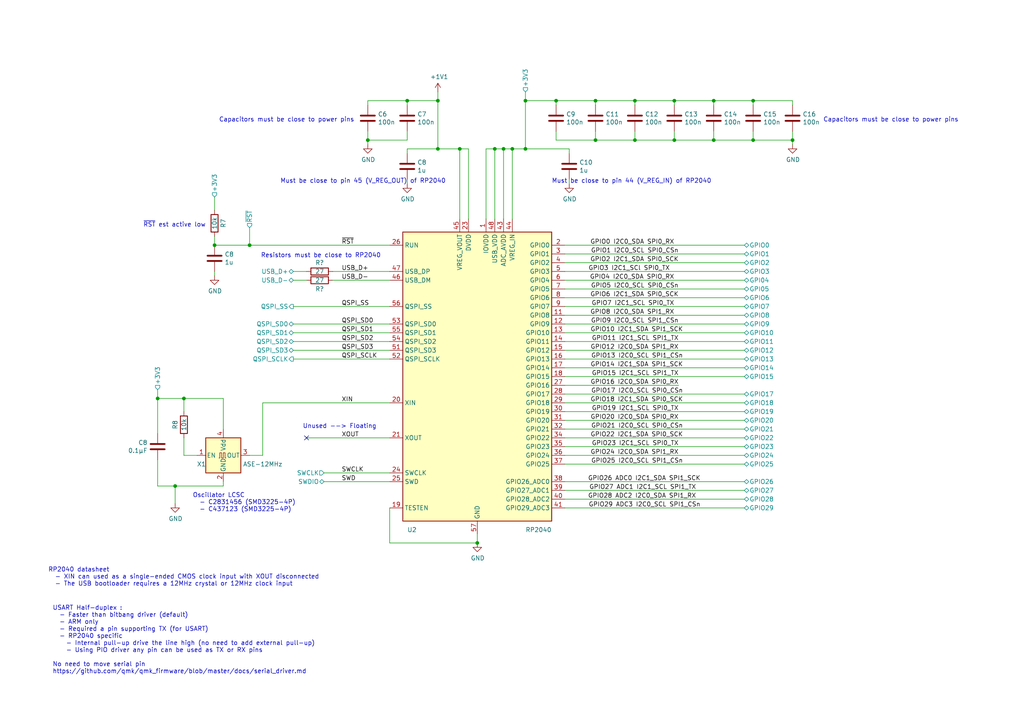
<source format=kicad_sch>
(kicad_sch (version 20230121) (generator eeschema)
  (paper "A4")
  (title_block (title "RP2040") (date "2023-06-10"))
  (lib_symbols
    (symbol "Device:C" (pin_numbers hide) (pin_names (offset 0.254))
      (property "Reference" "C" (at 0.635 2.54 0))
      (property "Value" "C" (at 0.635 -2.54 0))
      (symbol "C_0_1"
        (polyline (pts (xy -2.032 -0.762) (xy 2.032 -0.762)) (stroke (width 0.508)))
        (polyline (pts (xy -2.032 0.762) (xy 2.032 0.762)) (stroke (width 0.508)))
      )
      (symbol "C_1_1"
        (pin passive line (at 0 3.81 270) (length 2.794) (name "~") (number "1"))
        (pin passive line (at 0 -3.81 90) (length 2.794) (name "~") (number "2"))
      )
    )
    (symbol "Device:R" (pin_numbers hide) (pin_names (offset 0))
      (property "Reference" "R" (at 2.032 0 90))
      (property "Value" "R" (at 0 0 90))
      (symbol "R_0_1"
        (rectangle (start -1.016 -2.54) (end 1.016 2.54) (stroke (width 0.254)))
      )
      (symbol "R_1_1"
        (pin passive line (at 0 3.81 270) (length 1.27) (name "~") (number "1"))
        (pin passive line (at 0 -3.81 90) (length 1.27) (name "~") (number "2"))
      )
    )
    (symbol "MCU_RaspberryPi:RP2040"
      (property "Reference" "U" (at 17.78 45.72 0))
      (property "Value" "RP2040" (at 17.78 43.18 0))
      (symbol "RP2040_0_1"
        (rectangle (start -21.59 41.91) (end 21.59 -41.91) (stroke (width 0.254)) (fill (type background)))
      )
      (symbol "RP2040_1_1"
        (pin power_in line (at 2.54 45.72 270) (length 3.81) (name "IOVDD") (number "1"))
        (pin passive line (at 2.54 45.72 270) (length 3.81) hide (name "IOVDD") (number "10"))
        (pin bidirectional line (at 25.4 17.78 180) (length 3.81) (name "GPIO8") (number "11"))
        (pin bidirectional line (at 25.4 15.24 180) (length 3.81) (name "GPIO9") (number "12"))
        (pin bidirectional line (at 25.4 12.7 180) (length 3.81) (name "GPIO10") (number "13"))
        (pin bidirectional line (at 25.4 10.16 180) (length 3.81) (name "GPIO11") (number "14"))
        (pin bidirectional line (at 25.4 7.62 180) (length 3.81) (name "GPIO12") (number "15"))
        (pin bidirectional line (at 25.4 5.08 180) (length 3.81) (name "GPIO13") (number "16"))
        (pin bidirectional line (at 25.4 2.54 180) (length 3.81) (name "GPIO14") (number "17"))
        (pin bidirectional line (at 25.4 0 180) (length 3.81) (name "GPIO15") (number "18"))
        (pin input line (at -25.4 -38.1 0) (length 3.81) (name "TESTEN") (number "19"))
        (pin bidirectional line (at 25.4 38.1 180) (length 3.81) (name "GPIO0") (number "2"))
        (pin input line (at -25.4 -7.62 0) (length 3.81) (name "XIN") (number "20"))
        (pin passive line (at -25.4 -17.78 0) (length 3.81) (name "XOUT") (number "21"))
        (pin passive line (at 2.54 45.72 270) (length 3.81) hide (name "IOVDD") (number "22"))
        (pin power_in line (at -2.54 45.72 270) (length 3.81) (name "DVDD") (number "23"))
        (pin input line (at -25.4 -27.94 0) (length 3.81) (name "SWCLK") (number "24"))
        (pin bidirectional line (at -25.4 -30.48 0) (length 3.81) (name "SWD") (number "25"))
        (pin input line (at -25.4 38.1 0) (length 3.81) (name "RUN") (number "26"))
        (pin bidirectional line (at 25.4 -2.54 180) (length 3.81) (name "GPIO16") (number "27"))
        (pin bidirectional line (at 25.4 -5.08 180) (length 3.81) (name "GPIO17") (number "28"))
        (pin bidirectional line (at 25.4 -7.62 180) (length 3.81) (name "GPIO18") (number "29"))
        (pin bidirectional line (at 25.4 35.56 180) (length 3.81) (name "GPIO1") (number "3"))
        (pin bidirectional line (at 25.4 -10.16 180) (length 3.81) (name "GPIO19") (number "30"))
        (pin bidirectional line (at 25.4 -12.7 180) (length 3.81) (name "GPIO20") (number "31"))
        (pin bidirectional line (at 25.4 -15.24 180) (length 3.81) (name "GPIO21") (number "32"))
        (pin passive line (at 2.54 45.72 270) (length 3.81) hide (name "IOVDD") (number "33"))
        (pin bidirectional line (at 25.4 -17.78 180) (length 3.81) (name "GPIO22") (number "34"))
        (pin bidirectional line (at 25.4 -20.32 180) (length 3.81) (name "GPIO23") (number "35"))
        (pin bidirectional line (at 25.4 -22.86 180) (length 3.81) (name "GPIO24") (number "36"))
        (pin bidirectional line (at 25.4 -25.4 180) (length 3.81) (name "GPIO25") (number "37"))
        (pin bidirectional line (at 25.4 -30.48 180) (length 3.81) (name "GPIO26_ADC0") (number "38"))
        (pin bidirectional line (at 25.4 -33.02 180) (length 3.81) (name "GPIO27_ADC1") (number "39"))
        (pin bidirectional line (at 25.4 33.02 180) (length 3.81) (name "GPIO2") (number "4"))
        (pin bidirectional line (at 25.4 -35.56 180) (length 3.81) (name "GPIO28_ADC2") (number "40"))
        (pin bidirectional line (at 25.4 -38.1 180) (length 3.81) (name "GPIO29_ADC3") (number "41"))
        (pin passive line (at 2.54 45.72 270) (length 3.81) hide (name "IOVDD") (number "42"))
        (pin power_in line (at 7.62 45.72 270) (length 3.81) (name "ADC_AVDD") (number "43"))
        (pin power_in line (at 10.16 45.72 270) (length 3.81) (name "VREG_IN") (number "44"))
        (pin power_out line (at -5.08 45.72 270) (length 3.81) (name "VREG_VOUT") (number "45"))
        (pin bidirectional line (at -25.4 27.94 0) (length 3.81) (name "USB_DM") (number "46"))
        (pin bidirectional line (at -25.4 30.48 0) (length 3.81) (name "USB_DP") (number "47"))
        (pin power_in line (at 5.08 45.72 270) (length 3.81) (name "USB_VDD") (number "48"))
        (pin passive line (at 2.54 45.72 270) (length 3.81) hide (name "IOVDD") (number "49"))
        (pin bidirectional line (at 25.4 30.48 180) (length 3.81) (name "GPIO3") (number "5"))
        (pin passive line (at -2.54 45.72 270) (length 3.81) hide (name "DVDD") (number "50"))
        (pin bidirectional line (at -25.4 7.62 0) (length 3.81) (name "QSPI_SD3") (number "51"))
        (pin output line (at -25.4 5.08 0) (length 3.81) (name "QSPI_SCLK") (number "52"))
        (pin bidirectional line (at -25.4 15.24 0) (length 3.81) (name "QSPI_SD0") (number "53"))
        (pin bidirectional line (at -25.4 10.16 0) (length 3.81) (name "QSPI_SD2") (number "54"))
        (pin bidirectional line (at -25.4 12.7 0) (length 3.81) (name "QSPI_SD1") (number "55"))
        (pin bidirectional line (at -25.4 20.32 0) (length 3.81) (name "QSPI_SS") (number "56"))
        (pin power_in line (at 0 -45.72 90) (length 3.81) (name "GND") (number "57"))
        (pin bidirectional line (at 25.4 27.94 180) (length 3.81) (name "GPIO4") (number "6"))
        (pin bidirectional line (at 25.4 25.4 180) (length 3.81) (name "GPIO5") (number "7"))
        (pin bidirectional line (at 25.4 22.86 180) (length 3.81) (name "GPIO6") (number "8"))
        (pin bidirectional line (at 25.4 20.32 180) (length 3.81) (name "GPIO7") (number "9"))
      )
    )
    (symbol "Oscillator:ASE-xxxMHz" (pin_names (offset 0.254))
      (property "Reference" "X" (at -5.08 6.35 0))
      (property "Value" "ASE-xxxMHz" (at 1.27 -6.35 0))
      (symbol "ASE-xxxMHz_0_1"
        (rectangle (start -5.08 5.08) (end 5.08 -5.08) (stroke (width 0.254)) (fill (type background)))
        (polyline (pts (xy -1.27 -0.762) (xy -1.016 -0.762) (xy -1.016 0.762) (xy -0.508 0.762) (xy -0.508 -0.762) (xy 0 -0.762) (xy 0 0.762) (xy 0.508 0.762) (xy 0.508 -0.762) (xy 0.762 -0.762)))
      )
      (symbol "ASE-xxxMHz_1_1"
        (pin input line (at -7.62 0 0) (length 2.54) (name "EN") (number "1"))
        (pin power_in line (at 0 -7.62 90) (length 2.54) (name "GND") (number "2"))
        (pin output line (at 7.62 0 180) (length 2.54) (name "OUT") (number "3"))
        (pin power_in line (at 0 7.62 270) (length 2.54) (name "Vdd") (number "4"))
      )
    )
    (symbol "power:+1V1" (power) (pin_names (offset 0))
      (property "Value" "+1V1" (at 0 3.556 0))
      (symbol "+1V1_0_1"
        (polyline (pts (xy -0.762 1.27) (xy 0 2.54)))
        (polyline (pts (xy 0 0) (xy 0 2.54)))
        (polyline (pts (xy 0 2.54) (xy 0.762 1.27)))
      )
      (symbol "+1V1_1_1"
        (pin power_in line (at 0 0 90) (length 0) hide (name "+1V1") (number "1"))
      )
    )
    (symbol "power:GND" (power) (pin_names (offset 0))
      (property "Value" "GND" (at 0 -3.81 0))
      (symbol "GND_0_1"
        (polyline (pts (xy 0 0) (xy 0 -1.27) (xy 1.27 -1.27) (xy 0 -2.54) (xy -1.27 -1.27) (xy 0 -1.27)))
      )
      (symbol "GND_1_1"
        (pin power_in line (at 0 0 270) (length 0) hide (name "GND") (number "1"))
      )
    )
  )
  (junction (at 106.68 40.64))
  (junction (at 45.72 115.57))
  (junction (at 229.87 40.64))
  (junction (at 152.4 43.18))
  (junction (at 146.05 43.18))
  (junction (at 195.58 40.64))
  (junction (at 118.11 29.21))
  (junction (at 207.01 40.64))
  (junction (at 195.58 29.21))
  (junction (at 172.72 29.21))
  (junction (at 218.44 40.64))
  (junction (at 127 29.21))
  (junction (at 161.29 29.21))
  (junction (at 207.01 29.21))
  (junction (at 133.35 43.18))
  (junction (at 50.8 140.97))
  (junction (at 184.15 29.21))
  (junction (at 172.72 40.64))
  (junction (at 127 43.18))
  (junction (at 148.59 43.18))
  (junction (at 138.43 157.48))
  (junction (at 72.39 71.12))
  (junction (at 184.15 40.64))
  (junction (at 62.23 71.12))
  (junction (at 53.34 115.57))
  (junction (at 143.51 43.18))
  (junction (at 152.4 29.21))
  (junction (at 218.44 29.21))
  (no_connect (at 88.9 127))
  (wire (pts (xy 218.44 29.21) (xy 229.87 29.21)))
  (wire (pts (xy 118.11 30.48) (xy 118.11 29.21)))
  (wire (pts (xy 106.68 38.1) (xy 106.68 40.64)))
  (wire (pts (xy 76.2 116.84) (xy 113.03 116.84)))
  (wire (pts (xy 88.9 127) (xy 113.03 127)))
  (wire (pts (xy 172.72 30.48) (xy 172.72 29.21)))
  (wire (pts (xy 163.83 121.92) (xy 215.9 121.92)))
  (wire (pts (xy 163.83 116.84) (xy 215.9 116.84)))
  (wire (pts (xy 64.77 139.7) (xy 64.77 140.97)))
  (wire (pts (xy 85.09 88.9) (xy 113.03 88.9)))
  (wire (pts (xy 152.4 29.21) (xy 161.29 29.21)))
  (wire (pts (xy 106.68 40.64) (xy 118.11 40.64)))
  (wire (pts (xy 163.83 86.36) (xy 215.9 86.36)))
  (wire (pts (xy 161.29 29.21) (xy 172.72 29.21)))
  (wire (pts (xy 113.03 157.48) (xy 138.43 157.48)))
  (wire (pts (xy 207.01 38.1) (xy 207.01 40.64)))
  (wire (pts (xy 62.23 68.58) (xy 62.23 71.12)))
  (wire (pts (xy 163.83 91.44) (xy 215.9 91.44)))
  (wire (pts (xy 163.83 129.54) (xy 215.9 129.54)))
  (wire (pts (xy 62.23 71.12) (xy 72.39 71.12)))
  (wire (pts (xy 184.15 38.1) (xy 184.15 40.64)))
  (wire (pts (xy 106.68 41.91) (xy 106.68 40.64)))
  (wire (pts (xy 143.51 43.18) (xy 143.51 63.5)))
  (wire (pts (xy 62.23 80.01) (xy 62.23 78.74)))
  (wire (pts (xy 163.83 114.3) (xy 215.9 114.3)))
  (wire (pts (xy 163.83 124.46) (xy 215.9 124.46)))
  (wire (pts (xy 140.97 43.18) (xy 140.97 63.5)))
  (wire (pts (xy 53.34 115.57) (xy 53.34 119.38)))
  (wire (pts (xy 45.72 133.35) (xy 45.72 140.97)))
  (wire (pts (xy 72.39 66.04) (xy 72.39 71.12)))
  (wire (pts (xy 96.52 81.28) (xy 113.03 81.28)))
  (wire (pts (xy 140.97 43.18) (xy 143.51 43.18)))
  (wire (pts (xy 106.68 29.21) (xy 118.11 29.21)))
  (wire (pts (xy 195.58 29.21) (xy 207.01 29.21)))
  (wire (pts (xy 127 43.18) (xy 133.35 43.18)))
  (wire (pts (xy 165.1 52.07) (xy 165.1 53.34)))
  (wire (pts (xy 85.09 78.74) (xy 88.9 78.74)))
  (wire (pts (xy 163.83 144.78) (xy 215.9 144.78)))
  (wire (pts (xy 118.11 43.18) (xy 127 43.18)))
  (wire (pts (xy 172.72 38.1) (xy 172.72 40.64)))
  (wire (pts (xy 195.58 40.64) (xy 184.15 40.64)))
  (wire (pts (xy 127 26.67) (xy 127 29.21)))
  (wire (pts (xy 163.83 78.74) (xy 215.9 78.74)))
  (wire (pts (xy 85.09 104.14) (xy 113.03 104.14)))
  (wire (pts (xy 163.83 134.62) (xy 215.9 134.62)))
  (wire (pts (xy 163.83 127) (xy 215.9 127)))
  (wire (pts (xy 85.09 93.98) (xy 113.03 93.98)))
  (wire (pts (xy 163.83 99.06) (xy 215.9 99.06)))
  (wire (pts (xy 165.1 44.45) (xy 165.1 43.18)))
  (wire (pts (xy 45.72 140.97) (xy 50.8 140.97)))
  (wire (pts (xy 118.11 52.07) (xy 118.11 53.34)))
  (wire (pts (xy 161.29 30.48) (xy 161.29 29.21)))
  (wire (pts (xy 64.77 115.57) (xy 64.77 124.46)))
  (wire (pts (xy 184.15 40.64) (xy 172.72 40.64)))
  (wire (pts (xy 152.4 26.67) (xy 152.4 29.21)))
  (wire (pts (xy 138.43 154.94) (xy 138.43 157.48)))
  (wire (pts (xy 184.15 30.48) (xy 184.15 29.21)))
  (wire (pts (xy 172.72 40.64) (xy 161.29 40.64)))
  (wire (pts (xy 163.83 73.66) (xy 215.9 73.66)))
  (wire (pts (xy 85.09 101.6) (xy 113.03 101.6)))
  (wire (pts (xy 163.83 106.68) (xy 215.9 106.68)))
  (wire (pts (xy 172.72 29.21) (xy 184.15 29.21)))
  (wire (pts (xy 148.59 43.18) (xy 152.4 43.18)))
  (wire (pts (xy 57.15 132.08) (xy 53.34 132.08)))
  (wire (pts (xy 207.01 29.21) (xy 218.44 29.21)))
  (wire (pts (xy 163.83 104.14) (xy 215.9 104.14)))
  (wire (pts (xy 163.83 142.24) (xy 215.9 142.24)))
  (wire (pts (xy 218.44 38.1) (xy 218.44 40.64)))
  (wire (pts (xy 229.87 40.64) (xy 229.87 41.91)))
  (wire (pts (xy 53.34 132.08) (xy 53.34 127)))
  (wire (pts (xy 133.35 43.18) (xy 133.35 63.5)))
  (wire (pts (xy 76.2 132.08) (xy 72.39 132.08)))
  (wire (pts (xy 163.83 88.9) (xy 215.9 88.9)))
  (wire (pts (xy 118.11 40.64) (xy 118.11 38.1)))
  (wire (pts (xy 148.59 43.18) (xy 148.59 63.5)))
  (wire (pts (xy 218.44 30.48) (xy 218.44 29.21)))
  (wire (pts (xy 62.23 57.15) (xy 62.23 60.96)))
  (wire (pts (xy 207.01 40.64) (xy 195.58 40.64)))
  (wire (pts (xy 45.72 115.57) (xy 45.72 125.73)))
  (wire (pts (xy 163.83 111.76) (xy 196.85 111.76)))
  (wire (pts (xy 163.83 119.38) (xy 215.9 119.38)))
  (wire (pts (xy 184.15 29.21) (xy 195.58 29.21)))
  (wire (pts (xy 143.51 43.18) (xy 146.05 43.18)))
  (wire (pts (xy 207.01 30.48) (xy 207.01 29.21)))
  (wire (pts (xy 96.52 78.74) (xy 113.03 78.74)))
  (wire (pts (xy 146.05 43.18) (xy 148.59 43.18)))
  (wire (pts (xy 85.09 99.06) (xy 113.03 99.06)))
  (wire (pts (xy 135.89 63.5) (xy 135.89 43.18)))
  (wire (pts (xy 218.44 40.64) (xy 229.87 40.64)))
  (wire (pts (xy 195.58 38.1) (xy 195.58 40.64)))
  (wire (pts (xy 113.03 157.48) (xy 113.03 147.32)))
  (wire (pts (xy 72.39 71.12) (xy 113.03 71.12)))
  (wire (pts (xy 85.09 96.52) (xy 113.03 96.52)))
  (wire (pts (xy 152.4 29.21) (xy 152.4 43.18)))
  (wire (pts (xy 118.11 29.21) (xy 127 29.21)))
  (wire (pts (xy 106.68 30.48) (xy 106.68 29.21)))
  (wire (pts (xy 163.83 147.32) (xy 215.9 147.32)))
  (wire (pts (xy 45.72 113.03) (xy 45.72 115.57)))
  (wire (pts (xy 163.83 83.82) (xy 215.9 83.82)))
  (wire (pts (xy 85.09 81.28) (xy 88.9 81.28)))
  (wire (pts (xy 76.2 116.84) (xy 76.2 132.08)))
  (wire (pts (xy 218.44 40.64) (xy 207.01 40.64)))
  (wire (pts (xy 229.87 38.1) (xy 229.87 40.64)))
  (wire (pts (xy 113.03 137.16) (xy 93.98 137.16)))
  (wire (pts (xy 229.87 30.48) (xy 229.87 29.21)))
  (wire (pts (xy 163.83 93.98) (xy 215.9 93.98)))
  (wire (pts (xy 50.8 140.97) (xy 50.8 146.05)))
  (wire (pts (xy 146.05 43.18) (xy 146.05 63.5)))
  (wire (pts (xy 152.4 43.18) (xy 165.1 43.18)))
  (wire (pts (xy 163.83 71.12) (xy 215.9 71.12)))
  (wire (pts (xy 163.83 139.7) (xy 215.8935 139.7)))
  (wire (pts (xy 64.77 115.57) (xy 53.34 115.57)))
  (wire (pts (xy 163.83 96.52) (xy 215.9 96.52)))
  (wire (pts (xy 195.58 30.48) (xy 195.58 29.21)))
  (wire (pts (xy 64.77 140.97) (xy 50.8 140.97)))
  (wire (pts (xy 163.83 101.6) (xy 215.9 101.6)))
  (wire (pts (xy 127 29.21) (xy 127 43.18)))
  (wire (pts (xy 133.35 43.18) (xy 135.89 43.18)))
  (wire (pts (xy 163.83 76.2) (xy 215.9 76.2)))
  (wire (pts (xy 161.29 38.1) (xy 161.29 40.64)))
  (wire (pts (xy 163.83 109.22) (xy 215.9 109.22)))
  (wire (pts (xy 163.83 132.08) (xy 215.9 132.08)))
  (wire (pts (xy 163.83 81.28) (xy 215.9 81.28)))
  (wire (pts (xy 45.72 115.57) (xy 53.34 115.57)))
  (wire (pts (xy 118.11 44.45) (xy 118.11 43.18)))
  (wire (pts (xy 113.03 139.7) (xy 93.98 139.7)))
  (text "RP2040 datasheet\n  - XIN can used as a single-ended CMOS clock input with XOUT disconnected\n  - The USB bootloader requires a 12MHz crystal or 12MHz clock input" (at 13.97 170.18 0) (effects (font (size 1.27 1.27)) (justify left bottom)))
  (text "Must be close to pin 45 (V_REG_OUT) of RP2040" (at 81.28 53.34 0) (effects (font (size 1.27 1.27)) (justify left bottom)))
  (text "~{RST} est active low" (at 59.69 66.04 0) (effects (font (size 1.27 1.27)) (justify right bottom)))
  (text "Oscillator LCSC\n  - C2831456 (SMD3225-4P)\n  - C437123 (SMD3225-4P)" (at 55.88 148.59 0) (effects (font (size 1.27 1.27)) (justify left bottom)))
  (text "USART Half-duplex :\n  - Faster than bitbang driver (default)\n  - ARM only \n  - Required a pin supporting TX (for USART)\n  - RP2040 specific\n    - Internal pull-up drive the line high (no need to add external pull-up)\n    - Using PIO driver any pin can be used as TX or RX pins\n\nNo need to move serial pin\nhttps://github.com/qmk/qmk_firmware/blob/master/docs/serial_driver.md" (at 15.24 195.58 0) (effects (font (size 1.27 1.27)) (justify left bottom)))
  (text "Must be close to pin 44 (V_REG_IN) of RP2040" (at 160.02 53.34 0) (effects (font (size 1.27 1.27)) (justify left bottom)))
  (text "Capacitors must be close to power pins" (at 238.76 35.56 0) (effects (font (size 1.27 1.27)) (justify left bottom)))
  (text "Resistors must be close to RP2040" (at 110.49 74.93 0) (effects (font (size 1.27 1.27)) (justify right bottom)))
  (text "Capacitors must be close to power pins" (at 63.5 35.56 0) (effects (font (size 1.27 1.27)) (justify left bottom)))
  (text "Unused --> Floating" (at 109.22 124.46 0) (effects (font (size 1.27 1.27)) (justify right bottom)))
  (label "GPIO25 I2C0_SCL SPI1_CSn" (at 198.12 134.62 180))
  (label "GPIO19 I2C1_SCL SPI0_TX" (at 196.85 119.38 180))
  (label "GPIO3 I2C1_SCl SPI0_TX" (at 194.31 78.74 180))
  (label "GPIO16 I2C0_SDA SPI0_RX" (at 196.85 111.76 180))
  (label "GPIO5 I2C0_SCL SPI0_CSn" (at 196.85 83.82 180))
  (label "GPIO26 ADC0 I2C1_SDA SPI1_SCK" (at 203.2 139.7 180))
  (label "GPIO6 I2C1_SDA SPI0_SCK" (at 196.85 86.36 180))
  (label "USB_D-" (at 99.06 81.28 0))
  (label "GPIO15 I2C1_SCL SPI1_TX" (at 196.85 109.22 180))
  (label "GPIO1 I2C0_SCL SPI0_CSn" (at 196.85 73.66 180))
  (label "QSPI_SD1" (at 99.06 96.52 0))
  (label "~{RST}" (at 99.06 71.12 0))
  (label "GPIO27 ADC1 I2C1_SCL SPI1_TX" (at 201.93 142.24 180))
  (label "GPIO14 I2C1_SDA SPI1_SCK" (at 198.12 106.68 180))
  (label "GPIO11 I2C1_SCL SPI1_TX" (at 196.85 99.06 180))
  (label "SWD" (at 99.06 139.7 0))
  (label "QSPI_SD2" (at 99.06 99.06 0))
  (label "GPIO12 I2C0_SDA SPI1_RX" (at 196.85 101.6 180))
  (label "GPIO20 I2C0_SDA SPI0_RX" (at 196.85 121.92 180))
  (label "QSPI_SS" (at 99.06 88.9 0))
  (label "GPIO4 I2C0_SDA SPIO_RX" (at 195.58 81.28 180))
  (label "GPIO9 I2C0_SCL SPI1_CSn" (at 196.85 93.98 180))
  (label "GPIO22 I2C1_SDA SPI0_SCK" (at 198.12 127 180))
  (label "GPIO8 I2C0_SDA SPI1_RX" (at 195.58 91.44 180))
  (label "GPIO23 I2C1_SCL SPI0_TX" (at 196.85 129.54 180))
  (label "GPIO13 I2C0_SCL SPI1_CSn" (at 198.12 104.14 180))
  (label "QSPI_SCLK" (at 99.06 104.14 0))
  (label "USB_D+" (at 99.06 78.74 0))
  (label "GPIO24 I2C0_SDA SPI1_RX" (at 196.85 132.08 180))
  (label "QSPI_SD0" (at 99.06 93.98 0))
  (label "XIN" (at 99.06 116.84 0))
  (label "GPIO2 I2C1_SDA SPI0_SCK" (at 196.85 76.2 180))
  (label "GPIO17 I2C0_SCL SPI0_CSn" (at 198.12 114.3 180))
  (label "GPIO0 I2C0_SDA SPI0_RX" (at 195.58 71.12 180))
  (label "GPIO18 I2C1_SDA SPI0_SCK" (at 198.12 116.84 180))
  (label "GPIO10 I2C1_SDA SPI1_SCK" (at 198.12 96.52 180))
  (label "SWCLK" (at 99.06 137.16 0))
  (label "QSPI_SD3" (at 99.06 101.6 0))
  (label "GPIO29 ADC3 I2C0_SCL SPI1_CSn" (at 203.2 147.32 180))
  (label "GPIO28 ADC2 I2C0_SDA SPI1_RX" (at 201.93 144.78 180))
  (label "XOUT" (at 99.06 127 0))
  (label "GPIO7 I2C1_SCL SPI0_TX" (at 195.58 88.9 180))
  (label "GPIO21 I2C0_SCL SPI0_CSn" (at 198.12 124.46 180))
  (hierarchical_label "GPIO8" (shape bidirectional) (at 215.9 91.44 0))
  (hierarchical_label "GPIO29" (shape bidirectional) (at 215.9 147.32 0))
  (hierarchical_label "GPIO27" (shape bidirectional) (at 215.9 142.24 0))
  (hierarchical_label "GPIO9" (shape bidirectional) (at 215.9 93.98 0))
  (hierarchical_label "GPI04" (shape bidirectional) (at 215.9 81.28 0))
  (hierarchical_label "GPIO18" (shape bidirectional) (at 215.9 116.84 0))
  (hierarchical_label "GPIO7" (shape bidirectional) (at 215.9 88.9 0))
  (hierarchical_label "SWCLK" (shape input) (at 93.98 137.16 180))
  (hierarchical_label "GPIO20" (shape bidirectional) (at 215.9 121.92 0))
  (hierarchical_label "GPIO15" (shape bidirectional) (at 215.9 109.22 0))
  (hierarchical_label "GPIO28" (shape bidirectional) (at 215.9 144.78 0))
  (hierarchical_label "USB_D+" (shape bidirectional) (at 85.09 78.74 180))
  (hierarchical_label "GPIO10" (shape bidirectional) (at 215.9 96.52 0))
  (hierarchical_label "QSPI_SD1" (shape bidirectional) (at 85.09 96.52 180))
  (hierarchical_label "GPIO23" (shape bidirectional) (at 215.9 129.54 0))
  (hierarchical_label "QSPI_SD0" (shape bidirectional) (at 85.09 93.98 180))
  (hierarchical_label "GPIO19" (shape bidirectional) (at 215.9 119.38 0))
  (hierarchical_label "GPIO14" (shape bidirectional) (at 215.9 106.68 0))
  (hierarchical_label "GPIO3" (shape bidirectional) (at 215.9 78.74 0))
  (hierarchical_label "GPIO21" (shape bidirectional) (at 215.9 124.46 0))
  (hierarchical_label "GPIO22" (shape bidirectional) (at 215.9 127 0))
  (hierarchical_label "GPIO25" (shape bidirectional) (at 215.9 134.62 0))
  (hierarchical_label "GPIO6" (shape bidirectional) (at 215.9 86.36 0))
  (hierarchical_label "QSPI_SD3" (shape bidirectional) (at 85.09 101.6 180))
  (hierarchical_label "GPIO24" (shape bidirectional) (at 215.9 132.08 0))
  (hierarchical_label "GPIO17" (shape bidirectional) (at 215.9 114.3 0))
  (hierarchical_label "+3V3" (shape input) (at 45.72 113.03 90))
  (hierarchical_label "GPIO13" (shape bidirectional) (at 215.9 104.14 0))
  (hierarchical_label "~{RST}" (shape input) (at 72.39 66.04 90))
  (hierarchical_label "GPIO0" (shape bidirectional) (at 215.9 71.12 0))
  (hierarchical_label "QSPI_SD2" (shape bidirectional) (at 85.09 99.06 180))
  (hierarchical_label "USB_D-" (shape bidirectional) (at 85.09 81.28 180))
  (hierarchical_label "SWDIO" (shape bidirectional) (at 93.98 139.7 180))
  (hierarchical_label "GPIO2" (shape bidirectional) (at 215.9 76.2 0))
  (hierarchical_label "QSPI_SCLK" (shape output) (at 85.09 104.14 180))
  (hierarchical_label "GPIO1" (shape bidirectional) (at 215.9 73.66 0))
  (hierarchical_label "GPIO12" (shape bidirectional) (at 215.9 101.6 0))
  (hierarchical_label "GPI05" (shape bidirectional) (at 215.9 83.82 0))
  (hierarchical_label "GPIO11" (shape bidirectional) (at 215.9 99.06 0))
  (hierarchical_label "GPIO26" (shape bidirectional) (at 215.8935 139.7 0))
  (hierarchical_label "+3V3" (shape input) (at 152.4 26.67 90))
  (hierarchical_label "QSPI_SS" (shape output) (at 85.09 88.9 180))
  (hierarchical_label "+3V3" (shape input) (at 62.23 57.15 90))
  (symbol (lib_id "power:+1V1") (at 127 26.67 0) (unit 1)
    (property "Reference" "#PWR014" (effects hide))
    (property "Value" "+1V1" (at 127.381 22.2758 0))
    (instances (project "RP2040_minimal" (path "" (reference "#PWR014") (unit 1))) (project "Echinos" (path "" (reference "#PWR019") (unit 1)) (path "" (reference "#PWR03") (unit 1))))
  )
  (symbol (lib_id "Device:C") (at 165.1 48.26 0) (unit 1)
    (property "Reference" "C10" (at 168.021 47.0916 0) (effects (justify left)))
    (property "Value" "1u" (at 168.021 49.403 0) (effects (justify left)))
    (property "Footprint" "Capacitor_SMD:C_0402_1005Metric" (effects hide))
    (property "LCSC" "C19666" (effects hide))
    (instances (project "RP2040_minimal" (path "" (reference "C10") (unit 1))) (project "Echinos" (path "" (reference "C16") (unit 1)) (path "" (reference "C5") (unit 1))))
  )
  (symbol (lib_id "Device:R") (at 62.23 64.77 0) (unit 1)
    (property "Reference" "R7" (at 64.77 64.77 90))
    (property "Value" "10k" (at 62.23 64.77 90))
    (property "Footprint" "Resistor_SMD:R_0402_1005Metric" (effects hide))
    (property "LCSC" "C25744" (effects hide))
    (instances (project "Echinos" (path "" (reference "R7") (unit 1)) (path "" (reference "R7") (unit 1))) (project "dilemma" (path "" (reference "R6") (unit 1))))
  )
  (symbol (lib_id "power:GND") (at 229.87 41.91 0) (unit 1)
    (property "Reference" "#PWR023" (effects hide))
    (property "Value" "GND" (at 229.997 46.3042 0))
    (instances (project "RP2040_minimal" (path "" (reference "#PWR023") (unit 1))) (project "Echinos" (path "" (reference "#PWR024") (unit 1)) (path "" (reference "#PWR07") (unit 1))))
  )
  (symbol (lib_id "Device:C") (at 45.72 129.54 0) (mirror y) (unit 1)
    (property "Reference" "C8" (at 42.799 128.3716 0) (effects (justify left)))
    (property "Value" "0.1µF" (at 42.799 130.683 0) (effects (justify left)))
    (property "Footprint" "Capacitor_SMD:C_0402_1005Metric" (effects hide))
    (property "LCSC" "TODO" (effects hide))
    (instances (project "RP2040_minimal" (path "" (reference "C8") (unit 1))) (project "Echinos" (path "" (reference "C14") (unit 1)) (path "" (reference "C16") (unit 1))))
  )
  (symbol (lib_id "Device:C") (at 184.15 34.29 0) (unit 1)
    (property "Reference" "C12" (at 187.071 33.1216 0) (effects (justify left)))
    (property "Value" "100n" (at 187.071 35.433 0) (effects (justify left)))
    (property "Footprint" "Capacitor_SMD:C_0402_1005Metric" (effects hide))
    (property "LCSC" "C1525" (effects hide))
    (instances (project "RP2040_minimal" (path "" (reference "C12") (unit 1))) (project "Echinos" (path "" (reference "C18") (unit 1)) (path "" (reference "C7") (unit 1))))
  )
  (symbol (lib_id "Device:C") (at 172.72 34.29 0) (unit 1)
    (property "Reference" "C11" (at 175.641 33.1216 0) (effects (justify left)))
    (property "Value" "100n" (at 175.641 35.433 0) (effects (justify left)))
    (property "Footprint" "Capacitor_SMD:C_0402_1005Metric" (effects hide))
    (property "LCSC" "C1525" (effects hide))
    (instances (project "RP2040_minimal" (path "" (reference "C11") (unit 1))) (project "Echinos" (path "" (reference "C17") (unit 1)) (path "" (reference "C6") (unit 1))))
  )
  (symbol (lib_id "Device:C") (at 62.23 74.93 0) (unit 1)
    (property "Reference" "C8" (at 65.151 73.7616 0) (effects (justify left)))
    (property "Value" "1u" (at 65.151 76.073 0) (effects (justify left)))
    (property "Footprint" "Capacitor_SMD:C_0402_1005Metric" (effects hide))
    (property "LCSC" "C19666" (effects hide))
    (instances (project "RP2040_minimal" (path "" (reference "C8") (unit 1))) (project "Echinos" (path "" (reference "C14") (unit 1)) (path "" (reference "C17") (unit 1))))
  )
  (symbol (lib_id "power:GND") (at 138.43 157.48 0) (unit 1)
    (property "Reference" "#PWR016" (effects hide))
    (property "Value" "GND" (at 138.557 161.8742 0))
    (instances (project "RP2040_minimal" (path "" (reference "#PWR016") (unit 1))) (project "Echinos" (path "" (reference "#PWR021") (unit 1)) (path "" (reference "#PWR04") (unit 1))))
  )
  (symbol (lib_id "Device:C") (at 118.11 34.29 0) (unit 1)
    (property "Reference" "C7" (at 121.031 33.1216 0) (effects (justify left)))
    (property "Value" "100n" (at 121.031 35.433 0) (effects (justify left)))
    (property "Footprint" "Capacitor_SMD:C_0402_1005Metric" (effects hide))
    (property "LCSC" "C1525" (effects hide))
    (instances (project "RP2040_minimal" (path "" (reference "C7") (unit 1))) (project "Echinos" (path "" (reference "C13") (unit 1)) (path "" (reference "C2") (unit 1))))
  )
  (symbol (lib_id "Device:C") (at 207.01 34.29 0) (unit 1)
    (property "Reference" "C14" (at 209.931 33.1216 0) (effects (justify left)))
    (property "Value" "100n" (at 209.931 35.433 0) (effects (justify left)))
    (property "Footprint" "Capacitor_SMD:C_0402_1005Metric" (effects hide))
    (property "LCSC" "C1525" (effects hide))
    (instances (project "RP2040_minimal" (path "" (reference "C14") (unit 1))) (project "Echinos" (path "" (reference "C20") (unit 1)) (path "" (reference "C9") (unit 1))))
  )
  (symbol (lib_id "Device:C") (at 106.68 34.29 0) (unit 1)
    (property "Reference" "C6" (at 109.601 33.1216 0) (effects (justify left)))
    (property "Value" "100n" (at 109.601 35.433 0) (effects (justify left)))
    (property "Footprint" "Capacitor_SMD:C_0402_1005Metric" (effects hide))
    (property "LCSC" "C1525" (effects hide))
    (instances (project "RP2040_minimal" (path "" (reference "C6") (unit 1))) (project "Echinos" (path "" (reference "C12") (unit 1)) (path "" (reference "C1") (unit 1))))
  )
  (symbol (lib_id "Device:C") (at 195.58 34.29 0) (unit 1)
    (property "Reference" "C13" (at 198.501 33.1216 0) (effects (justify left)))
    (property "Value" "100n" (at 198.501 35.433 0) (effects (justify left)))
    (property "Footprint" "Capacitor_SMD:C_0402_1005Metric" (effects hide))
    (property "LCSC" "C1525" (effects hide))
    (instances (project "RP2040_minimal" (path "" (reference "C13") (unit 1))) (project "Echinos" (path "" (reference "C19") (unit 1)) (path "" (reference "C8") (unit 1))))
  )
  (symbol (lib_id "Device:C") (at 229.87 34.29 0) (unit 1)
    (property "Reference" "C16" (at 232.791 33.1216 0) (effects (justify left)))
    (property "Value" "100n" (at 232.791 35.433 0) (effects (justify left)))
    (property "Footprint" "Capacitor_SMD:C_0402_1005Metric" (effects hide))
    (property "LCSC" "C1525" (effects hide))
    (instances (project "RP2040_minimal" (path "" (reference "C16") (unit 1))) (project "Echinos" (path "" (reference "C22") (unit 1)) (path "" (reference "C11") (unit 1))))
  )
  (symbol (lib_id "power:GND") (at 118.11 53.34 0) (unit 1)
    (property "Reference" "#PWR013" (effects hide))
    (property "Value" "GND" (at 118.237 57.7342 0))
    (instances (project "RP2040_minimal" (path "" (reference "#PWR013") (unit 1))) (project "Echinos" (path "" (reference "#PWR018") (unit 1)) (path "" (reference "#PWR02") (unit 1))))
  )
  (symbol (lib_id "Device:R") (at 92.71 81.28 90) (unit 1)
    (property "Reference" "R?" (at 92.71 83.82 90))
    (property "Value" "27" (at 92.71 81.28 90))
    (property "Footprint" "Resistor_SMD:R_0402_1005Metric" (effects hide))
    (property "LCSC" "C25100" (effects hide))
    (instances (project "Echinos" (path "" (reference "R?") (unit 1))) (project "dilemma" (path "" (reference "R6") (unit 1))))
  )
  (symbol (lib_id "power:GND") (at 165.1 53.34 0) (unit 1)
    (property "Reference" "#PWR018" (effects hide))
    (property "Value" "GND" (at 165.227 57.7342 0))
    (instances (project "RP2040_minimal" (path "" (reference "#PWR018") (unit 1))) (project "Echinos" (path "" (reference "#PWR023") (unit 1)) (path "" (reference "#PWR06") (unit 1))))
  )
  (symbol (lib_id "Device:C") (at 118.11 48.26 0) (unit 1)
    (property "Reference" "C8" (at 121.031 47.0916 0) (effects (justify left)))
    (property "Value" "1u" (at 121.031 49.403 0) (effects (justify left)))
    (property "Footprint" "Capacitor_SMD:C_0402_1005Metric" (effects hide))
    (property "LCSC" "C19666" (effects hide))
    (instances (project "RP2040_minimal" (path "" (reference "C8") (unit 1))) (project "Echinos" (path "" (reference "C14") (unit 1)) (path "" (reference "C3") (unit 1))))
  )
  (symbol (lib_id "Device:R") (at 53.34 123.19 180) (unit 1)
    (property "Reference" "R8" (at 50.8 123.19 90))
    (property "Value" "10k" (at 53.34 123.19 90))
    (property "Footprint" "Resistor_SMD:R_0402_1005Metric" (effects hide))
    (property "LCSC" "C25744" (effects hide))
    (instances (project "Echinos" (path "" (reference "R8") (unit 1)) (path "" (reference "R4") (unit 1))) (project "dilemma" (path "" (reference "R6") (unit 1))))
  )
  (symbol (lib_id "Device:C") (at 218.44 34.29 0) (unit 1)
    (property "Reference" "C15" (at 221.361 33.1216 0) (effects (justify left)))
    (property "Value" "100n" (at 221.361 35.433 0) (effects (justify left)))
    (property "Footprint" "Capacitor_SMD:C_0402_1005Metric" (effects hide))
    (property "LCSC" "C1525" (effects hide))
    (instances (project "RP2040_minimal" (path "" (reference "C15") (unit 1))) (project "Echinos" (path "" (reference "C21") (unit 1)) (path "" (reference "C10") (unit 1))))
  )
  (symbol (lib_id "power:GND") (at 106.68 41.91 0) (unit 1)
    (property "Reference" "#PWR012" (effects hide))
    (property "Value" "GND" (at 106.807 46.3042 0))
    (instances (project "RP2040_minimal" (path "" (reference "#PWR012") (unit 1))) (project "Echinos" (path "" (reference "#PWR017") (unit 1)) (path "" (reference "#PWR01") (unit 1))))
  )
  (symbol (lib_id "MCU_RaspberryPi:RP2040") (at 138.43 109.22 0) (unit 1)
    (property "Reference" "U2" (at 118.11 153.67 0) (effects (justify left)))
    (property "Value" "RP2040" (at 152.4 153.67 0) (effects (justify left)))
    (property "Footprint" "Package_DFN_QFN:QFN-56-1EP_7x7mm_P0.4mm_EP3.2x3.2mm" (effects hide))
    (property "Datasheet" "https://datasheets.raspberrypi.com/rp2040/rp2040-datasheet.pdf" (effects hide))
    (property "LCSC" "C2040" (effects hide))
    (instances (project "Echinos" (path "" (reference "U2") (unit 1)) (path "" (reference "U1") (unit 1))))
  )
  (symbol (lib_id "Device:C") (at 161.29 34.29 0) (unit 1)
    (property "Reference" "C9" (at 164.211 33.1216 0) (effects (justify left)))
    (property "Value" "100n" (at 164.211 35.433 0) (effects (justify left)))
    (property "Footprint" "Capacitor_SMD:C_0402_1005Metric" (effects hide))
    (property "LCSC" "C1525" (effects hide))
    (instances (project "RP2040_minimal" (path "" (reference "C9") (unit 1))) (project "Echinos" (path "" (reference "C15") (unit 1)) (path "" (reference "C4") (unit 1))))
  )
  (symbol (lib_id "power:GND") (at 62.23 80.01 0) (unit 1)
    (property "Reference" "#PWR016" (effects hide))
    (property "Value" "GND" (at 62.357 84.4042 0))
    (instances (project "RP2040_minimal" (path "" (reference "#PWR016") (unit 1))) (project "Echinos" (path "" (reference "#PWR021") (unit 1)) (path "" (reference "#PWR027") (unit 1))))
  )
  (symbol (lib_id "power:GND") (at 50.8 146.05 0) (unit 1)
    (property "Reference" "#PWR016" (effects hide))
    (property "Value" "GND" (at 50.927 150.4442 0))
    (instances (project "RP2040_minimal" (path "" (reference "#PWR016") (unit 1))) (project "Echinos" (path "" (reference "#PWR021") (unit 1)) (path "" (reference "#PWR028") (unit 1))))
  )
  (symbol (lib_id "Device:R") (at 92.71 78.74 90) (unit 1)
    (property "Reference" "R?" (at 92.71 76.2 90))
    (property "Value" "27" (at 92.71 78.74 90))
    (property "Footprint" "Resistor_SMD:R_0402_1005Metric" (effects hide))
    (property "LCSC" "C25100" (effects hide))
    (instances (project "Echinos" (path "" (reference "R?") (unit 1))) (project "dilemma" (path "" (reference "R6") (unit 1))))
  )
  (symbol (lib_id "Oscillator:ASE-xxxMHz") (at 64.77 132.08 0) (unit 1)
    (property "Reference" "X1" (at 58.42 134.62 0))
    (property "Value" "ASE-12MHz" (at 76.2 134.62 0))
    (property "Footprint" "Oscillator:Oscillator_SMD_Abracon_ASE-4Pin_3.2x2.5mm_HandSoldering" (effects hide))
    (property "Datasheet" "http://www.abracon.com/Oscillators/ASV.pdf" (effects hide))
    (property "LCSC" "TODO" (effects hide))
  )
)
</source>
